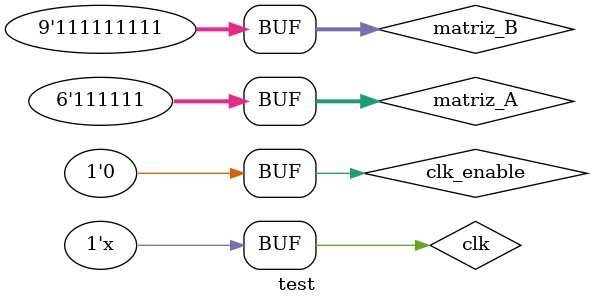
<source format=v>
`timescale 1ns / 1ps


module test;

	// Inputs
	reg clk_enable;
	reg clk;
	reg [5:0] matriz_A;
	reg [8:0] matriz_B;

	// Outputs
	wire [5:0] matriz_resultado;

	// Instantiate the Unit Under Test (UUT)
	mult_mat uut (
		.clk_enable(clk_enable), 
		.clk(clk), 
		.matriz_A(matriz_A), 
		.matriz_B(matriz_B), 
		.matriz_resultado(matriz_resultado)
	);
	always #10 clk = !clk;
	
	initial begin
		// Initialize Inputs
		clk_enable = 0;
		clk = 0;
		matriz_A = 6'b111111;
		matriz_B = 9'b111111111;

		// Wait 100 ns for global reset to finish
		#100;
        
		// Add stimulus here

	end
      
endmodule


</source>
